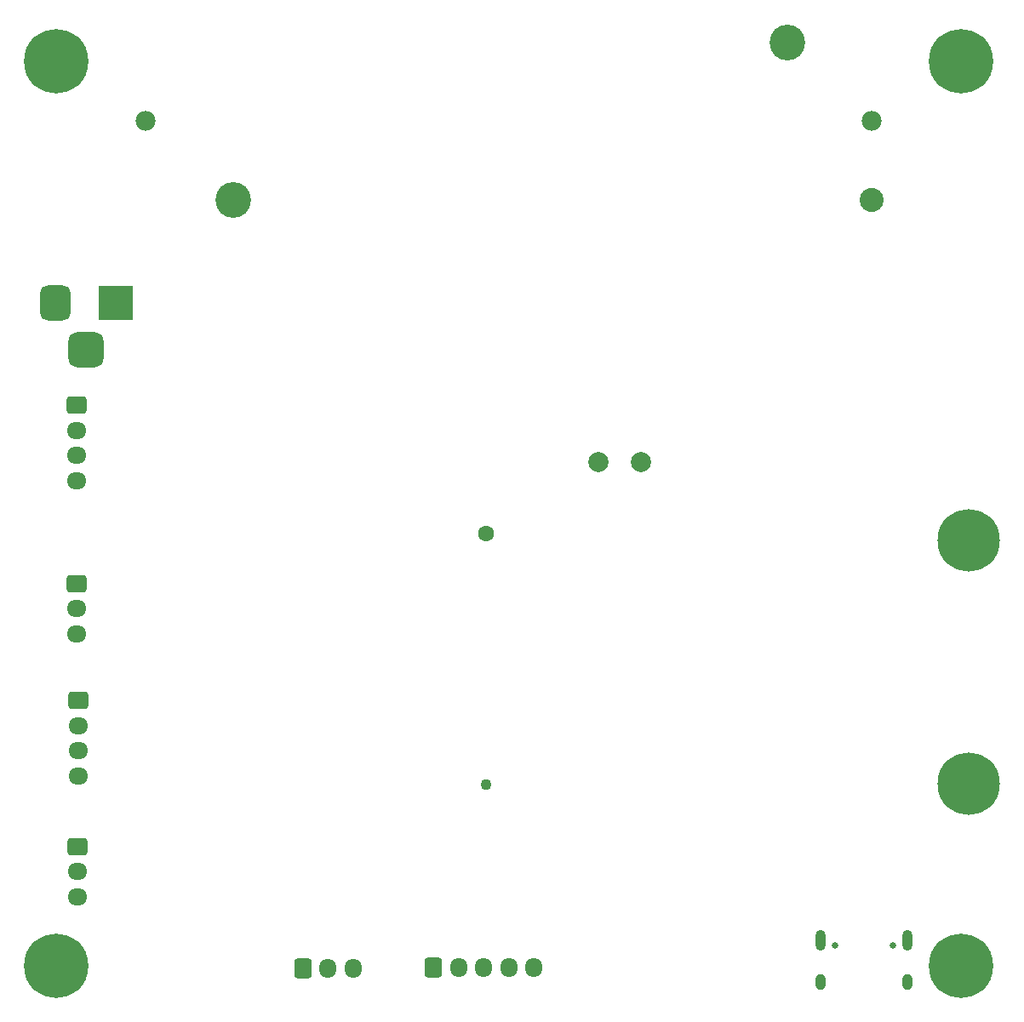
<source format=gbr>
%TF.GenerationSoftware,KiCad,Pcbnew,(6.0.6)*%
%TF.CreationDate,2022-09-23T20:04:06+09:00*%
%TF.ProjectId,LTE-base-H1,4c54452d-6261-4736-952d-48312e6b6963,rev?*%
%TF.SameCoordinates,Original*%
%TF.FileFunction,Soldermask,Bot*%
%TF.FilePolarity,Negative*%
%FSLAX46Y46*%
G04 Gerber Fmt 4.6, Leading zero omitted, Abs format (unit mm)*
G04 Created by KiCad (PCBNEW (6.0.6)) date 2022-09-23 20:04:06*
%MOMM*%
%LPD*%
G01*
G04 APERTURE LIST*
G04 Aperture macros list*
%AMRoundRect*
0 Rectangle with rounded corners*
0 $1 Rounding radius*
0 $2 $3 $4 $5 $6 $7 $8 $9 X,Y pos of 4 corners*
0 Add a 4 corners polygon primitive as box body*
4,1,4,$2,$3,$4,$5,$6,$7,$8,$9,$2,$3,0*
0 Add four circle primitives for the rounded corners*
1,1,$1+$1,$2,$3*
1,1,$1+$1,$4,$5*
1,1,$1+$1,$6,$7*
1,1,$1+$1,$8,$9*
0 Add four rect primitives between the rounded corners*
20,1,$1+$1,$2,$3,$4,$5,0*
20,1,$1+$1,$4,$5,$6,$7,0*
20,1,$1+$1,$6,$7,$8,$9,0*
20,1,$1+$1,$8,$9,$2,$3,0*%
G04 Aperture macros list end*
%ADD10RoundRect,0.250000X-0.725000X0.600000X-0.725000X-0.600000X0.725000X-0.600000X0.725000X0.600000X0*%
%ADD11O,1.950000X1.700000*%
%ADD12C,0.800000*%
%ADD13C,6.400000*%
%ADD14C,6.200000*%
%ADD15O,1.700000X1.950000*%
%ADD16RoundRect,0.250000X-0.600000X-0.725000X0.600000X-0.725000X0.600000X0.725000X-0.600000X0.725000X0*%
%ADD17C,2.000000*%
%ADD18C,1.600000*%
%ADD19C,1.100000*%
%ADD20C,3.550000*%
%ADD21C,2.390000*%
%ADD22C,1.980000*%
%ADD23C,0.650000*%
%ADD24O,1.000000X1.600000*%
%ADD25O,1.000000X2.100000*%
%ADD26R,3.500000X3.500000*%
%ADD27RoundRect,0.750000X-0.750000X-1.000000X0.750000X-1.000000X0.750000X1.000000X-0.750000X1.000000X0*%
%ADD28RoundRect,0.875000X-0.875000X-0.875000X0.875000X-0.875000X0.875000X0.875000X-0.875000X0.875000X0*%
G04 APERTURE END LIST*
D10*
%TO.C,J11*%
X107000000Y-94250000D03*
D11*
X107000000Y-96750000D03*
X107000000Y-99250000D03*
X107000000Y-101750000D03*
%TD*%
D12*
%TO.C,H4*%
X195000000Y-57600000D03*
X196697056Y-58302944D03*
X195000000Y-62400000D03*
D13*
X195000000Y-60000000D03*
D12*
X197400000Y-60000000D03*
X192600000Y-60000000D03*
X193302944Y-61697056D03*
X193302944Y-58302944D03*
X196697056Y-61697056D03*
%TD*%
D14*
%TO.C,J4*%
X195700000Y-107700000D03*
%TD*%
D12*
%TO.C,H2*%
X105000000Y-152400000D03*
X103302944Y-148302944D03*
X103302944Y-151697056D03*
X106697056Y-151697056D03*
X106697056Y-148302944D03*
X107400000Y-150000000D03*
X105000000Y-147600000D03*
X102600000Y-150000000D03*
D13*
X105000000Y-150000000D03*
%TD*%
D14*
%TO.C,J3*%
X195750000Y-131900000D03*
%TD*%
D15*
%TO.C,J7*%
X134500000Y-150275000D03*
X132000000Y-150275000D03*
D16*
X129500000Y-150275000D03*
%TD*%
D12*
%TO.C,H1*%
X195000000Y-152400000D03*
X196697056Y-148302944D03*
D13*
X195000000Y-150000000D03*
D12*
X193302944Y-148302944D03*
X195000000Y-147600000D03*
X193302944Y-151697056D03*
X197400000Y-150000000D03*
X196697056Y-151697056D03*
X192600000Y-150000000D03*
%TD*%
D17*
%TO.C,TP2*%
X158900000Y-99900000D03*
%TD*%
D18*
%TO.C,J1*%
X147700000Y-107000000D03*
D19*
X147700000Y-132000000D03*
%TD*%
D17*
%TO.C,TP1*%
X163100000Y-99900000D03*
%TD*%
D10*
%TO.C,J9*%
X107125000Y-123650000D03*
D11*
X107125000Y-126150000D03*
X107125000Y-128650000D03*
X107125000Y-131150000D03*
%TD*%
D20*
%TO.C,BT1*%
X177730000Y-58130000D03*
D21*
X186110000Y-73870000D03*
D20*
X122530000Y-73870000D03*
D22*
X186110000Y-66000000D03*
X113890000Y-66000000D03*
%TD*%
D23*
%TO.C,J5*%
X182405489Y-147995489D03*
X188185489Y-147995489D03*
D24*
X180975489Y-151645489D03*
X189615489Y-151645489D03*
D25*
X189615489Y-147465489D03*
X180975489Y-147465489D03*
%TD*%
D10*
%TO.C,J12*%
X107025000Y-112000000D03*
D11*
X107025000Y-114500000D03*
X107025000Y-117000000D03*
%TD*%
D12*
%TO.C,H3*%
X102600000Y-60000000D03*
X103302944Y-61697056D03*
X106697056Y-58302944D03*
D13*
X105000000Y-60000000D03*
D12*
X103302944Y-58302944D03*
X106697056Y-61697056D03*
X105000000Y-62400000D03*
X107400000Y-60000000D03*
X105000000Y-57600000D03*
%TD*%
D10*
%TO.C,J6*%
X107100000Y-138150000D03*
D11*
X107100000Y-140650000D03*
X107100000Y-143150000D03*
%TD*%
D16*
%TO.C,J8*%
X142500000Y-150175000D03*
D15*
X145000000Y-150175000D03*
X147500000Y-150175000D03*
X150000000Y-150175000D03*
X152500000Y-150175000D03*
%TD*%
D26*
%TO.C,J2*%
X110900000Y-84042500D03*
D27*
X104900000Y-84042500D03*
D28*
X107900000Y-88742500D03*
%TD*%
M02*

</source>
